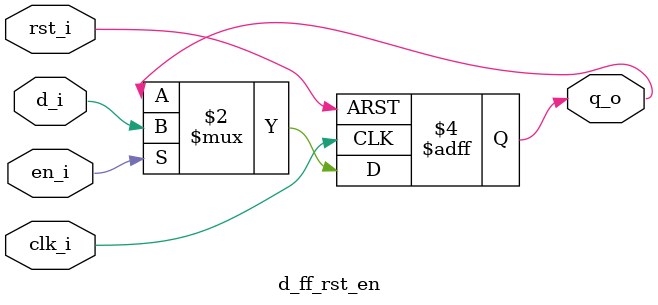
<source format=v>

module d_ff_rst_en (
  input      clk_i,  
  input      rst_i, 
  input      en_i,
  input      d_i,     
  output reg q_o      
);

  always @(posedge clk_i, posedge rst_i) begin   
    if (rst_i)   
      q_o <= 1'b0;    
    else if (en_i)
      q_o <= d_i;     
  end

endmodule
</source>
